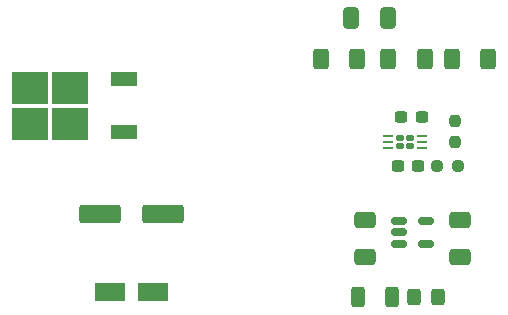
<source format=gtp>
%TF.GenerationSoftware,KiCad,Pcbnew,(6.0.7-1)-1*%
%TF.CreationDate,2022-08-15T15:40:10-06:00*%
%TF.ProjectId,led_modulator,6c65645f-6d6f-4647-956c-61746f722e6b,rev?*%
%TF.SameCoordinates,Original*%
%TF.FileFunction,Paste,Top*%
%TF.FilePolarity,Positive*%
%FSLAX46Y46*%
G04 Gerber Fmt 4.6, Leading zero omitted, Abs format (unit mm)*
G04 Created by KiCad (PCBNEW (6.0.7-1)-1) date 2022-08-15 15:40:10*
%MOMM*%
%LPD*%
G01*
G04 APERTURE LIST*
G04 Aperture macros list*
%AMRoundRect*
0 Rectangle with rounded corners*
0 $1 Rounding radius*
0 $2 $3 $4 $5 $6 $7 $8 $9 X,Y pos of 4 corners*
0 Add a 4 corners polygon primitive as box body*
4,1,4,$2,$3,$4,$5,$6,$7,$8,$9,$2,$3,0*
0 Add four circle primitives for the rounded corners*
1,1,$1+$1,$2,$3*
1,1,$1+$1,$4,$5*
1,1,$1+$1,$6,$7*
1,1,$1+$1,$8,$9*
0 Add four rect primitives between the rounded corners*
20,1,$1+$1,$2,$3,$4,$5,0*
20,1,$1+$1,$4,$5,$6,$7,0*
20,1,$1+$1,$6,$7,$8,$9,0*
20,1,$1+$1,$8,$9,$2,$3,0*%
G04 Aperture macros list end*
%ADD10RoundRect,0.250000X-0.650000X0.412500X-0.650000X-0.412500X0.650000X-0.412500X0.650000X0.412500X0*%
%ADD11RoundRect,0.237500X0.300000X0.237500X-0.300000X0.237500X-0.300000X-0.237500X0.300000X-0.237500X0*%
%ADD12RoundRect,0.250000X1.500000X0.550000X-1.500000X0.550000X-1.500000X-0.550000X1.500000X-0.550000X0*%
%ADD13RoundRect,0.250000X-0.312500X-0.625000X0.312500X-0.625000X0.312500X0.625000X-0.312500X0.625000X0*%
%ADD14RoundRect,0.237500X-0.250000X-0.237500X0.250000X-0.237500X0.250000X0.237500X-0.250000X0.237500X0*%
%ADD15RoundRect,0.250000X0.325000X0.450000X-0.325000X0.450000X-0.325000X-0.450000X0.325000X-0.450000X0*%
%ADD16RoundRect,0.250000X-0.400000X-0.625000X0.400000X-0.625000X0.400000X0.625000X-0.400000X0.625000X0*%
%ADD17RoundRect,0.250000X-0.412500X-0.650000X0.412500X-0.650000X0.412500X0.650000X-0.412500X0.650000X0*%
%ADD18RoundRect,0.237500X0.237500X-0.250000X0.237500X0.250000X-0.237500X0.250000X-0.237500X-0.250000X0*%
%ADD19RoundRect,0.135000X0.200000X0.135000X-0.200000X0.135000X-0.200000X-0.135000X0.200000X-0.135000X0*%
%ADD20RoundRect,0.062500X0.350000X0.062500X-0.350000X0.062500X-0.350000X-0.062500X0.350000X-0.062500X0*%
%ADD21RoundRect,0.250000X1.050000X0.550000X-1.050000X0.550000X-1.050000X-0.550000X1.050000X-0.550000X0*%
%ADD22RoundRect,0.150000X-0.512500X-0.150000X0.512500X-0.150000X0.512500X0.150000X-0.512500X0.150000X0*%
%ADD23R,3.050000X2.750000*%
%ADD24R,2.200000X1.200000*%
G04 APERTURE END LIST*
D10*
X143460000Y-138712500D03*
X143460000Y-141837500D03*
D11*
X147912500Y-134100000D03*
X146187500Y-134100000D03*
D12*
X126350000Y-138200000D03*
X120950000Y-138200000D03*
D13*
X142812500Y-145225000D03*
X145737500Y-145225000D03*
D14*
X149512500Y-134100000D03*
X151337500Y-134100000D03*
D10*
X151460000Y-138712500D03*
X151460000Y-141837500D03*
D15*
X149600000Y-145225000D03*
X147550000Y-145225000D03*
D16*
X145370000Y-125100000D03*
X148470000Y-125100000D03*
D17*
X142247500Y-121600000D03*
X145372500Y-121600000D03*
D18*
X151070000Y-132100000D03*
X151070000Y-130275000D03*
D19*
X146390000Y-132440000D03*
X146390000Y-131760000D03*
X147210000Y-132440000D03*
X147210000Y-131760000D03*
D20*
X148237500Y-132600000D03*
X148237500Y-132100000D03*
X148237500Y-131600000D03*
X145362500Y-131600000D03*
X145362500Y-132100000D03*
X145362500Y-132600000D03*
D16*
X139670000Y-125100000D03*
X142770000Y-125100000D03*
D21*
X125450000Y-144800000D03*
X121850000Y-144800000D03*
D22*
X146322500Y-138800000D03*
X146322500Y-139750000D03*
X146322500Y-140700000D03*
X148597500Y-140700000D03*
X148597500Y-138800000D03*
D16*
X150780000Y-125100000D03*
X153880000Y-125100000D03*
D11*
X148237500Y-129975000D03*
X146512500Y-129975000D03*
D23*
X118425000Y-127475000D03*
X115075000Y-130525000D03*
X118425000Y-130525000D03*
X115075000Y-127475000D03*
D24*
X123050000Y-131280000D03*
X123050000Y-126720000D03*
M02*

</source>
